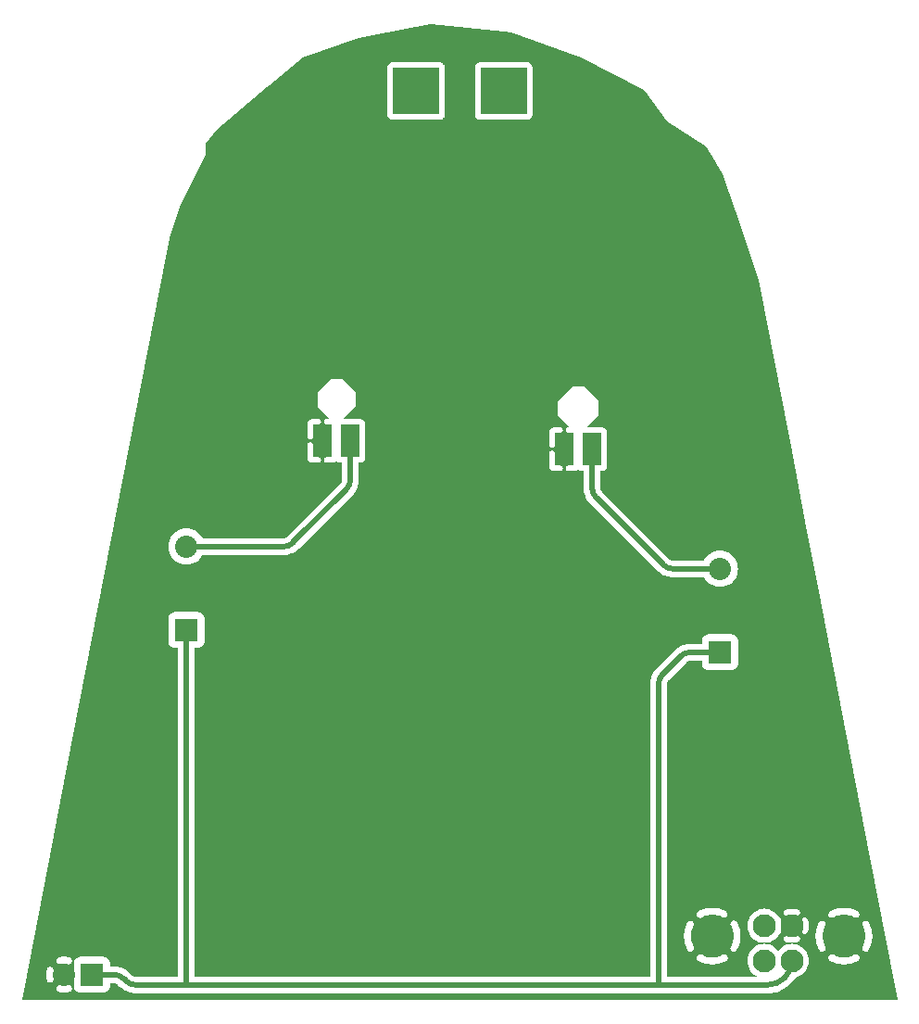
<source format=gbl>
G04 start of page 2 for group 10 layer_idx 1 *
G04 Title: (unknown), bottom_copper *
G04 Creator: pcb-rnd 3.1.4-dev *
G04 CreationDate: 2024-02-11 09:55:08 UTC *
G04 For: STEM4ukraine *
G04 Format: Gerber/RS-274X *
G04 PCB-Dimensions: 334646 393701 *
G04 PCB-Coordinate-Origin: lower left *
%MOIN*%
%FSLAX25Y25*%
%LNBOTTOM_COPPER_NONE_10*%
%ADD36C,0.0362*%
%ADD35C,0.0906*%
%ADD34C,0.0394*%
%ADD33C,0.1220*%
%ADD32C,0.0827*%
%ADD31C,0.1535*%
%ADD30C,0.0800*%
%ADD29C,0.0200*%
%ADD28C,0.0001*%
G54D28*G36*
X313986Y19732D02*Y37114D01*
X314135Y37198D01*
X314289Y37321D01*
X314422Y37466D01*
X314527Y37632D01*
X314951Y38466D01*
X315288Y39339D01*
X315542Y40239D01*
X315713Y41159D01*
X315799Y42091D01*
Y43027D01*
X315713Y43959D01*
X315542Y44879D01*
X315288Y45779D01*
X314951Y46652D01*
X314536Y47491D01*
X314428Y47657D01*
X314295Y47803D01*
X314140Y47927D01*
X313986Y48014D01*
Y75982D01*
X324803Y19732D01*
X313986D01*
G37*
G36*
X305626D02*Y32382D01*
X306090D01*
X307022Y32468D01*
X307942Y32639D01*
X308842Y32893D01*
X309715Y33230D01*
X310554Y33645D01*
X310720Y33753D01*
X310866Y33886D01*
X310990Y34041D01*
X311087Y34214D01*
X311157Y34399D01*
X311196Y34593D01*
X311205Y34791D01*
X311183Y34988D01*
X311130Y35178D01*
X311048Y35359D01*
X310939Y35524D01*
X310805Y35670D01*
X310650Y35793D01*
X310478Y35891D01*
X310293Y35961D01*
X310099Y36000D01*
X309901Y36009D01*
X309704Y35987D01*
X309513Y35934D01*
X309335Y35849D01*
X308707Y35529D01*
X308049Y35275D01*
X307370Y35084D01*
X306677Y34955D01*
X305975Y34890D01*
X305626D01*
Y50228D01*
X305975D01*
X306677Y50163D01*
X307370Y50035D01*
X308049Y49843D01*
X308707Y49589D01*
X309339Y49277D01*
X309516Y49192D01*
X309706Y49139D01*
X309901Y49117D01*
X310098Y49126D01*
X310290Y49165D01*
X310475Y49234D01*
X310646Y49331D01*
X310800Y49454D01*
X310932Y49599D01*
X311041Y49763D01*
X311122Y49942D01*
X311175Y50132D01*
X311197Y50328D01*
X311188Y50524D01*
X311149Y50717D01*
X311080Y50901D01*
X310983Y51072D01*
X310860Y51226D01*
X310715Y51359D01*
X310549Y51464D01*
X309715Y51888D01*
X308842Y52225D01*
X307942Y52479D01*
X307022Y52650D01*
X306090Y52736D01*
X305626D01*
Y119450D01*
X313986Y75982D01*
Y48014D01*
X313968Y48024D01*
X313782Y48094D01*
X313588Y48133D01*
X313390Y48142D01*
X313194Y48120D01*
X313003Y48067D01*
X312822Y47985D01*
X312657Y47876D01*
X312511Y47742D01*
X312388Y47587D01*
X312290Y47415D01*
X312221Y47230D01*
X312181Y47036D01*
X312172Y46838D01*
X312194Y46641D01*
X312247Y46450D01*
X312332Y46272D01*
X312652Y45644D01*
X312906Y44986D01*
X313098Y44307D01*
X313226Y43614D01*
X313291Y42912D01*
Y42206D01*
X313226Y41504D01*
X313098Y40811D01*
X312906Y40132D01*
X312652Y39474D01*
X312340Y38842D01*
X312255Y38665D01*
X312202Y38476D01*
X312180Y38280D01*
X312189Y38083D01*
X312228Y37891D01*
X312297Y37706D01*
X312394Y37535D01*
X312517Y37381D01*
X312662Y37249D01*
X312826Y37140D01*
X313005Y37059D01*
X313195Y37006D01*
X313391Y36984D01*
X313587Y36993D01*
X313780Y37032D01*
X313964Y37101D01*
X313986Y37114D01*
Y19732D01*
X305626D01*
G37*
G36*
X297258D02*Y37104D01*
X297277Y37094D01*
X297462Y37024D01*
X297656Y36985D01*
X297854Y36976D01*
X298051Y36998D01*
X298241Y37051D01*
X298422Y37133D01*
X298587Y37242D01*
X298733Y37376D01*
X298856Y37531D01*
X298954Y37703D01*
X299024Y37888D01*
X299063Y38082D01*
X299072Y38280D01*
X299050Y38477D01*
X298997Y38668D01*
X298912Y38846D01*
X298592Y39474D01*
X298338Y40132D01*
X298147Y40811D01*
X298018Y41504D01*
X297953Y42206D01*
Y42912D01*
X298018Y43614D01*
X298147Y44307D01*
X298338Y44986D01*
X298592Y45644D01*
X298904Y46276D01*
X298989Y46453D01*
X299042Y46643D01*
X299064Y46838D01*
X299055Y47035D01*
X299016Y47227D01*
X298947Y47412D01*
X298850Y47583D01*
X298727Y47737D01*
X298582Y47870D01*
X298418Y47978D01*
X298239Y48059D01*
X298049Y48112D01*
X297854Y48134D01*
X297657Y48125D01*
X297464Y48086D01*
X297280Y48017D01*
X297258Y48005D01*
Y162960D01*
X305626Y119450D01*
Y52736D01*
X305154D01*
X304222Y52650D01*
X303302Y52479D01*
X302402Y52225D01*
X301529Y51888D01*
X300690Y51474D01*
X300524Y51365D01*
X300378Y51232D01*
X300255Y51077D01*
X300157Y50905D01*
X300087Y50719D01*
X300048Y50525D01*
X300039Y50327D01*
X300061Y50131D01*
X300114Y49940D01*
X300196Y49759D01*
X300305Y49594D01*
X300439Y49448D01*
X300594Y49325D01*
X300766Y49227D01*
X300951Y49158D01*
X301145Y49118D01*
X301343Y49109D01*
X301540Y49131D01*
X301731Y49184D01*
X301909Y49270D01*
X302537Y49589D01*
X303195Y49843D01*
X303874Y50035D01*
X304567Y50163D01*
X305269Y50228D01*
X305626D01*
Y34890D01*
X305269D01*
X304567Y34955D01*
X303874Y35084D01*
X303195Y35275D01*
X302537Y35529D01*
X301905Y35842D01*
X301728Y35926D01*
X301539Y35979D01*
X301343Y36001D01*
X301146Y35992D01*
X300954Y35953D01*
X300769Y35884D01*
X300598Y35787D01*
X300444Y35664D01*
X300312Y35519D01*
X300203Y35355D01*
X300122Y35176D01*
X300069Y34986D01*
X300047Y34791D01*
X300056Y34594D01*
X300095Y34401D01*
X300164Y34217D01*
X300261Y34046D01*
X300384Y33892D01*
X300529Y33759D01*
X300695Y33654D01*
X301529Y33230D01*
X302402Y32893D01*
X303302Y32639D01*
X304222Y32468D01*
X305154Y32382D01*
X305626D01*
Y19732D01*
X297258D01*
G37*
G36*
X291776D02*Y30032D01*
X291820Y30084D01*
X292325Y30907D01*
X292694Y31799D01*
X292920Y32738D01*
X292976Y33701D01*
X292920Y34663D01*
X292694Y35602D01*
X292325Y36494D01*
X291820Y37317D01*
X291776Y37369D01*
Y43338D01*
X291811Y43344D01*
X291960Y43392D01*
X292101Y43463D01*
X292228Y43555D01*
X292340Y43666D01*
X292433Y43793D01*
X292502Y43934D01*
X292694Y44439D01*
X292834Y44960D01*
X292929Y45491D01*
X292976Y46029D01*
Y46569D01*
X292929Y47107D01*
X292834Y47639D01*
X292694Y48160D01*
X292508Y48667D01*
X292436Y48808D01*
X292343Y48935D01*
X292231Y49047D01*
X292103Y49139D01*
X291962Y49210D01*
X291811Y49259D01*
X291776Y49264D01*
Y191469D01*
X297258Y162960D01*
Y48005D01*
X297109Y47920D01*
X296955Y47797D01*
X296822Y47652D01*
X296717Y47486D01*
X296293Y46652D01*
X295956Y45779D01*
X295702Y44879D01*
X295531Y43959D01*
X295445Y43027D01*
Y42091D01*
X295531Y41159D01*
X295702Y40239D01*
X295956Y39339D01*
X296293Y38466D01*
X296708Y37627D01*
X296816Y37461D01*
X296949Y37315D01*
X297104Y37192D01*
X297258Y37104D01*
Y19732D01*
X291776D01*
G37*
G36*
X291193Y38051D02*X290459Y38678D01*
X289636Y39183D01*
X288744Y39552D01*
X287805Y39778D01*
X286845Y39853D01*
Y40165D01*
X287112D01*
X287650Y40213D01*
X288182Y40307D01*
X288703Y40448D01*
X289210Y40634D01*
X289351Y40705D01*
X289478Y40799D01*
X289590Y40911D01*
X289682Y41039D01*
X289754Y41180D01*
X289802Y41330D01*
X289826Y41486D01*
X289826Y41644D01*
X289801Y41800D01*
X289751Y41951D01*
X289679Y42091D01*
X289586Y42219D01*
X289474Y42330D01*
X289346Y42423D01*
X289204Y42494D01*
X289054Y42542D01*
X288898Y42567D01*
X288740Y42566D01*
X288584Y42541D01*
X288435Y42489D01*
X288095Y42360D01*
X287744Y42265D01*
X287386Y42201D01*
X287024Y42169D01*
X286845D01*
Y50429D01*
X287024D01*
X287386Y50397D01*
X287744Y50334D01*
X288095Y50239D01*
X288436Y50113D01*
X288585Y50061D01*
X288740Y50036D01*
X288898Y50036D01*
X289053Y50060D01*
X289203Y50108D01*
X289343Y50179D01*
X289471Y50271D01*
X289583Y50382D01*
X289676Y50509D01*
X289748Y50649D01*
X289797Y50799D01*
X289822Y50954D01*
X289822Y51112D01*
X289798Y51267D01*
X289750Y51417D01*
X289679Y51558D01*
X289587Y51685D01*
X289476Y51797D01*
X289349Y51890D01*
X289208Y51959D01*
X288703Y52150D01*
X288182Y52291D01*
X287650Y52386D01*
X287112Y52433D01*
X286845D01*
Y217111D01*
X291776Y191469D01*
Y49264D01*
X291655Y49283D01*
X291497Y49282D01*
X291341Y49257D01*
X291191Y49208D01*
X291051Y49136D01*
X290923Y49042D01*
X290812Y48930D01*
X290719Y48802D01*
X290648Y48661D01*
X290599Y48511D01*
X290575Y48355D01*
X290576Y48197D01*
X290601Y48041D01*
X290653Y47892D01*
X290782Y47552D01*
X290877Y47201D01*
X290940Y46843D01*
X290972Y46481D01*
Y46117D01*
X290940Y45755D01*
X290877Y45397D01*
X290782Y45047D01*
X290657Y44705D01*
X290605Y44557D01*
X290580Y44402D01*
X290579Y44244D01*
X290603Y44089D01*
X290652Y43939D01*
X290723Y43798D01*
X290815Y43671D01*
X290926Y43559D01*
X291053Y43466D01*
X291193Y43394D01*
X291342Y43345D01*
X291498Y43320D01*
X291655Y43320D01*
X291776Y43338D01*
Y37369D01*
X291193Y38051D01*
G37*
G36*
X286845Y19732D02*Y25897D01*
X287125Y26203D01*
X287744Y27010D01*
X288195Y27717D01*
X288744Y27849D01*
X289636Y28219D01*
X290459Y28723D01*
X291193Y29350D01*
X291776Y30032D01*
Y19732D01*
X286845D01*
G37*
G36*
X286843Y39854D02*X285880Y39778D01*
X284941Y39552D01*
X284049Y39183D01*
X283226Y38678D01*
X282492Y38051D01*
X281921Y37383D01*
X281351Y38051D01*
X280617Y38678D01*
X279793Y39183D01*
X278901Y39552D01*
X277963Y39778D01*
X277000Y39854D01*
X276991Y39853D01*
Y40147D01*
X277000Y40146D01*
X277963Y40222D01*
X278901Y40448D01*
X279793Y40817D01*
X280617Y41322D01*
X281351Y41949D01*
X281978Y42683D01*
X282391Y43357D01*
X282494Y43391D01*
X282635Y43463D01*
X282762Y43556D01*
X282873Y43668D01*
X282966Y43796D01*
X283037Y43937D01*
X283086Y44088D01*
X283110Y44244D01*
X283109Y44402D01*
X283084Y44558D01*
X283032Y44707D01*
X282967Y44878D01*
X283077Y45337D01*
X283134Y46299D01*
X283077Y47262D01*
X282966Y47724D01*
X283028Y47893D01*
X283080Y48041D01*
X283105Y48197D01*
X283106Y48354D01*
X283082Y48510D01*
X283034Y48660D01*
X282963Y48800D01*
X282870Y48928D01*
X282759Y49039D01*
X282632Y49132D01*
X282492Y49204D01*
X282394Y49237D01*
X281978Y49916D01*
X281351Y50650D01*
X280617Y51277D01*
X279793Y51781D01*
X278901Y52151D01*
X277963Y52376D01*
X277000Y52452D01*
X276991Y52451D01*
Y268350D01*
X286845Y217111D01*
Y52433D01*
X286573D01*
X286035Y52386D01*
X285503Y52291D01*
X284982Y52150D01*
X284475Y51964D01*
X284334Y51893D01*
X284207Y51800D01*
X284095Y51688D01*
X284003Y51560D01*
X283931Y51419D01*
X283883Y51268D01*
X283859Y51112D01*
X283859Y50954D01*
X283885Y50798D01*
X283934Y50648D01*
X284006Y50507D01*
X284099Y50380D01*
X284211Y50268D01*
X284340Y50176D01*
X284481Y50104D01*
X284631Y50056D01*
X284787Y50032D01*
X284945Y50032D01*
X285101Y50058D01*
X285250Y50110D01*
X285590Y50239D01*
X285941Y50334D01*
X286299Y50397D01*
X286661Y50429D01*
X286845D01*
Y42169D01*
X286661D01*
X286299Y42201D01*
X285941Y42265D01*
X285590Y42360D01*
X285249Y42485D01*
X285100Y42537D01*
X284945Y42562D01*
X284787Y42563D01*
X284632Y42538D01*
X284482Y42490D01*
X284342Y42419D01*
X284214Y42327D01*
X284102Y42216D01*
X284009Y42089D01*
X283938Y41949D01*
X283888Y41800D01*
X283863Y41644D01*
X283863Y41487D01*
X283887Y41331D01*
X283935Y41181D01*
X284006Y41041D01*
X284098Y40913D01*
X284209Y40802D01*
X284336Y40709D01*
X284477Y40640D01*
X284982Y40448D01*
X285503Y40307D01*
X286035Y40213D01*
X286573Y40165D01*
X286845D01*
Y39853D01*
X286843Y39854D01*
G37*
G36*
X276037Y39778D02*X275099Y39552D01*
X274207Y39183D01*
X273383Y38678D01*
X272649Y38051D01*
X272022Y37317D01*
X271518Y36494D01*
X271148Y35602D01*
X270923Y34663D01*
X270847Y33701D01*
X270923Y32738D01*
X271148Y31799D01*
X271518Y30907D01*
X272022Y30084D01*
X272649Y29350D01*
X273383Y28723D01*
X274207Y28219D01*
X274620Y28047D01*
X266584D01*
Y37114D01*
X266734Y37198D01*
X266888Y37321D01*
X267020Y37466D01*
X267126Y37632D01*
X267550Y38466D01*
X267886Y39339D01*
X268141Y40239D01*
X268312Y41159D01*
X268398Y42091D01*
Y43027D01*
X268312Y43959D01*
X268141Y44879D01*
X267886Y45779D01*
X267550Y46652D01*
X267135Y47491D01*
X267027Y47657D01*
X266893Y47803D01*
X266738Y47927D01*
X266584Y48014D01*
Y138766D01*
X266773Y138928D01*
X267029Y139227D01*
X267234Y139562D01*
X267385Y139926D01*
X267477Y140308D01*
X267508Y140701D01*
X267500Y140799D01*
Y148603D01*
X267508Y148701D01*
X267477Y149093D01*
X267477Y149093D01*
X267385Y149476D01*
X267234Y149839D01*
X267029Y150175D01*
X266773Y150474D01*
X266584Y150636D01*
Y171373D01*
X266809Y171741D01*
X267201Y172686D01*
X267440Y173681D01*
X267500Y174701D01*
X267440Y175721D01*
X267201Y176716D01*
X266809Y177661D01*
X266584Y178029D01*
Y303301D01*
X275000Y278701D01*
X276991Y268350D01*
Y52451D01*
X276037Y52376D01*
X275099Y52151D01*
X274207Y51781D01*
X273383Y51277D01*
X272649Y50650D01*
X272022Y49916D01*
X271518Y49093D01*
X271148Y48201D01*
X270923Y47262D01*
X270847Y46299D01*
X270923Y45337D01*
X271148Y44398D01*
X271518Y43506D01*
X272022Y42683D01*
X272649Y41949D01*
X273383Y41322D01*
X274207Y40817D01*
X275099Y40448D01*
X276037Y40222D01*
X276991Y40147D01*
Y39853D01*
X276037Y39778D01*
G37*
G36*
X266584Y19732D02*Y22047D01*
X278189D01*
X278189Y22047D01*
X279206Y22081D01*
X280215Y22213D01*
X281208Y22434D01*
X282179Y22740D01*
X283119Y23129D01*
X284021Y23599D01*
X284880Y24146D01*
X285687Y24765D01*
X286437Y25453D01*
X286845Y25897D01*
Y19732D01*
X266584D01*
G37*
G36*
X266275Y178533D02*X265610Y179311D01*
X264832Y179976D01*
X263960Y180510D01*
X263015Y180902D01*
X262020Y181141D01*
X261000Y181221D01*
X259980Y181141D01*
X258985Y180902D01*
X258225Y180587D01*
Y322993D01*
X262000Y316701D01*
X266584Y303301D01*
Y178029D01*
X266275Y178533D01*
G37*
G36*
X266474Y150730D02*X266138Y150935D01*
X265775Y151086D01*
X265392Y151178D01*
X265000Y151208D01*
X264902Y151201D01*
X258225D01*
Y168815D01*
X258985Y168500D01*
X259980Y168261D01*
X261000Y168181D01*
X262020Y168261D01*
X263015Y168500D01*
X263960Y168891D01*
X264832Y169426D01*
X265610Y170090D01*
X266275Y170868D01*
X266584Y171373D01*
Y150636D01*
X266474Y150730D01*
G37*
G36*
X258225Y28047D02*Y32382D01*
X258688D01*
X259620Y32468D01*
X260540Y32639D01*
X261441Y32893D01*
X262314Y33230D01*
X263153Y33645D01*
X263318Y33753D01*
X263465Y33886D01*
X263588Y34041D01*
X263686Y34214D01*
X263755Y34399D01*
X263795Y34593D01*
X263804Y34791D01*
X263781Y34988D01*
X263728Y35178D01*
X263647Y35359D01*
X263537Y35524D01*
X263404Y35670D01*
X263249Y35793D01*
X263077Y35891D01*
X262891Y35961D01*
X262697Y36000D01*
X262499Y36009D01*
X262302Y35987D01*
X262112Y35934D01*
X261933Y35849D01*
X261305Y35529D01*
X260647Y35275D01*
X259968Y35084D01*
X259275Y34955D01*
X258573Y34890D01*
X258225D01*
Y50228D01*
X258573D01*
X259275Y50163D01*
X259968Y50035D01*
X260647Y49843D01*
X261305Y49589D01*
X261937Y49277D01*
X262114Y49192D01*
X262304Y49139D01*
X262500Y49117D01*
X262696Y49126D01*
X262889Y49165D01*
X263073Y49234D01*
X263244Y49331D01*
X263398Y49454D01*
X263531Y49599D01*
X263639Y49763D01*
X263721Y49942D01*
X263773Y50132D01*
X263795Y50328D01*
X263787Y50524D01*
X263747Y50717D01*
X263678Y50901D01*
X263581Y51072D01*
X263459Y51226D01*
X263313Y51359D01*
X263147Y51464D01*
X262314Y51888D01*
X261441Y52225D01*
X260540Y52479D01*
X259620Y52650D01*
X258688Y52736D01*
X258225D01*
Y138201D01*
X264902D01*
X265000Y138193D01*
X265392Y138224D01*
X265392Y138224D01*
X265775Y138316D01*
X266138Y138466D01*
X266474Y138672D01*
X266584Y138766D01*
Y48014D01*
X266566Y48024D01*
X266381Y48094D01*
X266187Y48133D01*
X265989Y48142D01*
X265792Y48120D01*
X265601Y48067D01*
X265421Y47985D01*
X265256Y47876D01*
X265110Y47742D01*
X264986Y47587D01*
X264888Y47415D01*
X264819Y47230D01*
X264779Y47036D01*
X264771Y46838D01*
X264793Y46641D01*
X264846Y46450D01*
X264931Y46272D01*
X265251Y45644D01*
X265504Y44986D01*
X265696Y44307D01*
X265825Y43614D01*
X265890Y42912D01*
Y42206D01*
X265825Y41504D01*
X265696Y40811D01*
X265504Y40132D01*
X265251Y39474D01*
X264938Y38842D01*
X264853Y38665D01*
X264801Y38476D01*
X264779Y38280D01*
X264787Y38083D01*
X264827Y37891D01*
X264896Y37706D01*
X264993Y37535D01*
X265115Y37381D01*
X265261Y37249D01*
X265425Y37140D01*
X265604Y37059D01*
X265794Y37006D01*
X265989Y36984D01*
X266186Y36993D01*
X266378Y37032D01*
X266563Y37101D01*
X266584Y37114D01*
Y28047D01*
X258225D01*
G37*
G36*
Y19732D02*Y22047D01*
X266584D01*
Y19732D01*
X258225D01*
G37*
G36*
X258040Y180510D02*X257168Y179976D01*
X256390Y179311D01*
X255725Y178533D01*
X255215Y177701D01*
X244103D01*
X244071Y177703D01*
X243897Y177708D01*
X243724Y177731D01*
X243553Y177769D01*
X243387Y177821D01*
X243226Y177888D01*
X243071Y177969D01*
X242924Y178062D01*
X242785Y178169D01*
X242657Y178287D01*
X242657Y178287D01*
X233515Y187429D01*
Y346954D01*
X234000Y346701D01*
X242000Y335701D01*
X256000Y326701D01*
X258225Y322993D01*
Y180587D01*
X258040Y180510D01*
G37*
G36*
X257098Y151201D02*X257000Y151208D01*
X256608Y151178D01*
X256608Y151178D01*
X256225Y151086D01*
X255862Y150935D01*
X255526Y150730D01*
X255227Y150474D01*
X254971Y150175D01*
X254766Y149839D01*
X254615Y149476D01*
X254523Y149093D01*
X254492Y148701D01*
X254500Y148603D01*
Y147701D01*
X250588D01*
X250499Y147696D01*
X250410Y147701D01*
X249712Y147678D01*
X249019Y147587D01*
X248337Y147436D01*
X247671Y147225D01*
X247025Y146958D01*
X246406Y146636D01*
X245817Y146260D01*
X245262Y145835D01*
X244747Y145363D01*
X244677Y145282D01*
X238288Y138893D01*
X238288Y138893D01*
X237811Y138383D01*
X237385Y137829D01*
X237010Y137240D01*
X236688Y136620D01*
X236420Y135975D01*
X236210Y135309D01*
X236059Y134627D01*
X235968Y133934D01*
X235937Y133236D01*
X235945Y133129D01*
Y28047D01*
X233515D01*
Y178944D01*
X238414Y174044D01*
X238414Y174044D01*
X238924Y173567D01*
X239478Y173141D01*
X240067Y172766D01*
X240687Y172443D01*
X241332Y172176D01*
X241999Y171966D01*
X242681Y171815D01*
X243373Y171724D01*
X244071Y171693D01*
X244178Y171701D01*
X255215D01*
X255725Y170868D01*
X256390Y170090D01*
X257168Y169426D01*
X258040Y168891D01*
X258225Y168815D01*
Y151201D01*
X257098D01*
G37*
G36*
X249857Y28047D02*Y37104D01*
X249875Y37094D01*
X250060Y37024D01*
X250254Y36985D01*
X250452Y36976D01*
X250649Y36998D01*
X250840Y37051D01*
X251020Y37133D01*
X251185Y37242D01*
X251331Y37376D01*
X251455Y37531D01*
X251552Y37703D01*
X251622Y37888D01*
X251662Y38082D01*
X251670Y38280D01*
X251648Y38477D01*
X251595Y38668D01*
X251510Y38846D01*
X251190Y39474D01*
X250937Y40132D01*
X250745Y40811D01*
X250616Y41504D01*
X250551Y42206D01*
Y42912D01*
X250616Y43614D01*
X250745Y44307D01*
X250937Y44986D01*
X251190Y45644D01*
X251503Y46276D01*
X251588Y46453D01*
X251640Y46643D01*
X251662Y46838D01*
X251654Y47035D01*
X251614Y47227D01*
X251545Y47412D01*
X251448Y47583D01*
X251326Y47737D01*
X251180Y47870D01*
X251016Y47978D01*
X250837Y48059D01*
X250647Y48112D01*
X250452Y48134D01*
X250255Y48125D01*
X250063Y48086D01*
X249878Y48017D01*
X249857Y48005D01*
Y141622D01*
X249892Y141633D01*
X250062Y141670D01*
X250235Y141693D01*
X250410Y141701D01*
X250499Y141706D01*
X250588Y141701D01*
X254500D01*
Y140799D01*
X254492Y140701D01*
X254523Y140309D01*
X254523Y140308D01*
X254615Y139926D01*
X254766Y139562D01*
X254971Y139227D01*
X255227Y138928D01*
X255526Y138672D01*
X255862Y138466D01*
X256225Y138316D01*
X256608Y138224D01*
X257000Y138193D01*
X257098Y138201D01*
X258225D01*
Y52736D01*
X257753D01*
X256821Y52650D01*
X255901Y52479D01*
X255000Y52225D01*
X254127Y51888D01*
X253288Y51474D01*
X253123Y51365D01*
X252976Y51232D01*
X252853Y51077D01*
X252755Y50905D01*
X252686Y50719D01*
X252646Y50525D01*
X252637Y50327D01*
X252660Y50131D01*
X252712Y49940D01*
X252794Y49759D01*
X252904Y49594D01*
X253037Y49448D01*
X253192Y49325D01*
X253364Y49227D01*
X253550Y49158D01*
X253744Y49118D01*
X253942Y49109D01*
X254138Y49131D01*
X254329Y49184D01*
X254508Y49270D01*
X255136Y49589D01*
X255794Y49843D01*
X256472Y50035D01*
X257166Y50163D01*
X257868Y50228D01*
X258225D01*
Y34890D01*
X257868D01*
X257166Y34955D01*
X256472Y35084D01*
X255794Y35275D01*
X255136Y35529D01*
X254504Y35842D01*
X254327Y35926D01*
X254137Y35979D01*
X253941Y36001D01*
X253745Y35992D01*
X253552Y35953D01*
X253368Y35884D01*
X253197Y35787D01*
X253043Y35664D01*
X252910Y35519D01*
X252802Y35355D01*
X252720Y35176D01*
X252668Y34986D01*
X252646Y34791D01*
X252654Y34594D01*
X252694Y34401D01*
X252763Y34217D01*
X252860Y34046D01*
X252982Y33892D01*
X253128Y33759D01*
X253294Y33654D01*
X254127Y33230D01*
X255000Y32893D01*
X255901Y32639D01*
X256821Y32468D01*
X257753Y32382D01*
X258225D01*
Y28047D01*
X249857D01*
G37*
G36*
X241945D02*Y133204D01*
X241947Y133236D01*
X241952Y133410D01*
X241975Y133583D01*
X242013Y133754D01*
X242065Y133920D01*
X242132Y134081D01*
X242213Y134236D01*
X242307Y134383D01*
X242413Y134522D01*
X242531Y134650D01*
X242531Y134650D01*
X248973Y141092D01*
X248997Y141114D01*
X249124Y141233D01*
X249262Y141339D01*
X249410Y141433D01*
X249564Y141513D01*
X249726Y141580D01*
X249857Y141622D01*
Y48005D01*
X249707Y47920D01*
X249553Y47797D01*
X249421Y47652D01*
X249315Y47486D01*
X248891Y46652D01*
X248555Y45779D01*
X248300Y44879D01*
X248129Y43959D01*
X248043Y43027D01*
Y42091D01*
X248129Y41159D01*
X248300Y40239D01*
X248555Y39339D01*
X248891Y38466D01*
X249306Y37627D01*
X249414Y37461D01*
X249548Y37315D01*
X249703Y37192D01*
X249857Y37104D01*
Y28047D01*
X241945D01*
G37*
G36*
X233515Y19732D02*Y22047D01*
X258225D01*
Y19732D01*
X233515D01*
G37*
G36*
X183171Y28047D02*Y336205D01*
X191444D01*
X191523Y336199D01*
X191836Y336224D01*
X191836Y336224D01*
X192142Y336297D01*
X192433Y336418D01*
X192702Y336582D01*
X192941Y336786D01*
X193146Y337026D01*
X193310Y337294D01*
X193431Y337585D01*
X193504Y337891D01*
X193529Y338205D01*
X193523Y338283D01*
Y354830D01*
X193529Y354908D01*
X193504Y355222D01*
X193504Y355222D01*
X193431Y355528D01*
X193310Y355819D01*
X193146Y356088D01*
X192941Y356327D01*
X192702Y356531D01*
X192433Y356696D01*
X192142Y356816D01*
X191836Y356890D01*
X191523Y356915D01*
X191444Y356908D01*
X183171D01*
Y367993D01*
X186000Y367701D01*
X211000Y358701D01*
X233515Y346954D01*
Y187429D01*
X218609Y202335D01*
X218587Y202359D01*
X218468Y202486D01*
X218362Y202625D01*
X218268Y202772D01*
X218187Y202927D01*
X218121Y203088D01*
X218068Y203254D01*
X218030Y203425D01*
X218008Y203598D01*
X218000Y203772D01*
X218000Y203772D01*
Y209795D01*
X218347D01*
X218425Y209789D01*
X218739Y209814D01*
X218739Y209814D01*
X219045Y209887D01*
X219336Y210008D01*
X219604Y210172D01*
X219844Y210377D01*
X220048Y210616D01*
X220213Y210884D01*
X220333Y211175D01*
X220407Y211481D01*
X220431Y211795D01*
X220425Y211874D01*
Y223528D01*
X220431Y223606D01*
X220407Y223920D01*
X220333Y224226D01*
X220213Y224517D01*
X220048Y224785D01*
X219844Y225025D01*
X219604Y225229D01*
X219336Y225394D01*
X219045Y225514D01*
X218739Y225588D01*
X218425Y225612D01*
X218347Y225606D01*
X213008D01*
X217323Y229921D01*
Y235039D01*
X212205Y240157D01*
X207874D01*
X202756Y235039D01*
Y229921D01*
X207071Y225606D01*
X206480D01*
X206323Y225597D01*
X206170Y225560D01*
X206025Y225500D01*
X205891Y225418D01*
X205771Y225316D01*
X205669Y225196D01*
X205587Y225062D01*
X205526Y224916D01*
X205490Y224763D01*
X205477Y224606D01*
X205490Y224449D01*
X205526Y224296D01*
X205587Y224151D01*
X205669Y224017D01*
X205771Y223897D01*
X205891Y223795D01*
X206025Y223713D01*
X206170Y223652D01*
X206323Y223616D01*
X206419Y223610D01*
X206419Y223606D01*
X203535D01*
X203535Y223610D01*
X203637Y223616D01*
X203790Y223652D01*
X203936Y223713D01*
X204070Y223795D01*
X204190Y223897D01*
X204292Y224017D01*
X204374Y224151D01*
X204434Y224296D01*
X204471Y224449D01*
X204483Y224606D01*
X204471Y224763D01*
X204434Y224916D01*
X204374Y225062D01*
X204292Y225196D01*
X204190Y225316D01*
X204070Y225418D01*
X203936Y225500D01*
X203790Y225560D01*
X203637Y225597D01*
X203480Y225606D01*
X201614D01*
X201535Y225612D01*
X201222Y225588D01*
X200915Y225514D01*
X200625Y225394D01*
X200356Y225229D01*
X200117Y225025D01*
X199912Y224785D01*
X199748Y224517D01*
X199627Y224226D01*
X199554Y223920D01*
X199529Y223606D01*
X199535Y223528D01*
Y219201D01*
X199545Y219044D01*
X199581Y218891D01*
X199642Y218745D01*
X199724Y218611D01*
X199826Y218491D01*
X199946Y218389D01*
X200080Y218307D01*
X200225Y218247D01*
X200379Y218210D01*
X200535Y218198D01*
X200692Y218210D01*
X200845Y218247D01*
X200991Y218307D01*
X201125Y218389D01*
X201245Y218491D01*
X201347Y218611D01*
X201429Y218745D01*
X201489Y218891D01*
X201526Y219044D01*
X201535Y219201D01*
Y216201D01*
X201526Y216358D01*
X201489Y216511D01*
X201429Y216656D01*
X201347Y216790D01*
X201245Y216910D01*
X201125Y217012D01*
X200991Y217095D01*
X200845Y217155D01*
X200692Y217192D01*
X200535Y217204D01*
X200379Y217192D01*
X200225Y217155D01*
X200080Y217095D01*
X199946Y217012D01*
X199826Y216910D01*
X199724Y216790D01*
X199642Y216656D01*
X199581Y216511D01*
X199545Y216358D01*
X199535Y216201D01*
Y211874D01*
X199529Y211795D01*
X199554Y211481D01*
X199627Y211175D01*
X199748Y210884D01*
X199912Y210616D01*
X200117Y210377D01*
X200356Y210172D01*
X200625Y210008D01*
X200915Y209887D01*
X201222Y209814D01*
X201535Y209789D01*
X201614Y209795D01*
X203480D01*
X203637Y209805D01*
X203790Y209841D01*
X203936Y209902D01*
X204070Y209984D01*
X204190Y210086D01*
X204292Y210206D01*
X204374Y210340D01*
X204434Y210485D01*
X204471Y210638D01*
X204483Y210795D01*
X204471Y210952D01*
X204434Y211105D01*
X204374Y211251D01*
X204292Y211385D01*
X204190Y211505D01*
X204070Y211607D01*
X203936Y211689D01*
X203790Y211749D01*
X203637Y211786D01*
X203535Y211792D01*
X203535Y211795D01*
X206419D01*
X206419Y211792D01*
X206323Y211786D01*
X206170Y211749D01*
X206025Y211689D01*
X205891Y211607D01*
X205771Y211505D01*
X205669Y211385D01*
X205587Y211251D01*
X205526Y211105D01*
X205490Y210952D01*
X205477Y210795D01*
X205490Y210638D01*
X205526Y210485D01*
X205587Y210340D01*
X205669Y210206D01*
X205771Y210086D01*
X205891Y209984D01*
X206025Y209902D01*
X206170Y209841D01*
X206323Y209805D01*
X206480Y209795D01*
X208347D01*
X208425Y209789D01*
X208739Y209814D01*
X209045Y209887D01*
X209336Y210008D01*
X209604Y210172D01*
X209844Y210377D01*
X209980Y210537D01*
X210117Y210377D01*
X210356Y210172D01*
X210625Y210008D01*
X210915Y209887D01*
X211222Y209814D01*
X211535Y209789D01*
X211614Y209795D01*
X212000D01*
Y203772D01*
X212000Y203772D01*
X212023Y203074D01*
X212114Y202381D01*
X212265Y201699D01*
X212475Y201033D01*
X212743Y200388D01*
X213065Y199768D01*
X213441Y199179D01*
X213866Y198625D01*
X214338Y198110D01*
X214419Y198039D01*
X233515Y178944D01*
Y28047D01*
X183171D01*
G37*
G36*
X151675D02*Y336205D01*
X159948D01*
X160026Y336199D01*
X160340Y336224D01*
X160340Y336224D01*
X160646Y336297D01*
X160937Y336418D01*
X161206Y336582D01*
X161445Y336786D01*
X161649Y337026D01*
X161814Y337294D01*
X161934Y337585D01*
X162008Y337891D01*
X162033Y338205D01*
X162026Y338283D01*
Y354830D01*
X162033Y354908D01*
X162008Y355222D01*
X162008Y355222D01*
X161934Y355528D01*
X161814Y355819D01*
X161649Y356088D01*
X161445Y356327D01*
X161206Y356531D01*
X160937Y356696D01*
X160646Y356816D01*
X160340Y356890D01*
X160026Y356915D01*
X159948Y356908D01*
X151675D01*
Y369677D01*
X157000Y370701D01*
X183171Y367993D01*
Y356908D01*
X174898D01*
X174819Y356915D01*
X174506Y356890D01*
X174505Y356890D01*
X174199Y356816D01*
X173908Y356696D01*
X173640Y356531D01*
X173401Y356327D01*
X173196Y356088D01*
X173032Y355819D01*
X172911Y355528D01*
X172838Y355222D01*
X172813Y354908D01*
X172819Y354830D01*
Y338283D01*
X172813Y338205D01*
X172838Y337891D01*
X172838Y337891D01*
X172911Y337585D01*
X173032Y337294D01*
X173196Y337026D01*
X173401Y336786D01*
X173640Y336582D01*
X173908Y336418D01*
X174199Y336297D01*
X174505Y336224D01*
X174819Y336199D01*
X174898Y336205D01*
X183171D01*
Y28047D01*
X151675D01*
G37*
G36*
X97956D02*Y179665D01*
X103893D01*
X103894Y179665D01*
X104591Y179688D01*
X105284Y179779D01*
X105966Y179930D01*
X106632Y180141D01*
X107278Y180408D01*
X107897Y180730D01*
X108486Y181106D01*
X109041Y181531D01*
X109556Y182003D01*
X109626Y182084D01*
X128657Y201115D01*
X128657Y201115D01*
X129134Y201625D01*
X129559Y202179D01*
X129935Y202768D01*
X130257Y203388D01*
X130525Y204033D01*
X130735Y204699D01*
X130886Y205381D01*
X130977Y206074D01*
X131008Y206772D01*
X131000Y206879D01*
Y212795D01*
X131347D01*
X131425Y212789D01*
X131739Y212814D01*
X131739Y212814D01*
X132045Y212887D01*
X132336Y213008D01*
X132604Y213172D01*
X132844Y213377D01*
X133048Y213616D01*
X133213Y213884D01*
X133333Y214175D01*
X133407Y214481D01*
X133431Y214795D01*
X133425Y214874D01*
Y226528D01*
X133431Y226606D01*
X133407Y226920D01*
X133333Y227226D01*
X133213Y227517D01*
X133048Y227785D01*
X132844Y228025D01*
X132604Y228229D01*
X132336Y228394D01*
X132045Y228514D01*
X131739Y228588D01*
X131425Y228612D01*
X131347Y228606D01*
X125457D01*
X129921Y233071D01*
Y238189D01*
X125197Y242913D01*
X120866D01*
X116142Y238189D01*
Y233071D01*
X120606Y228606D01*
X119480D01*
X119323Y228597D01*
X119170Y228560D01*
X119025Y228500D01*
X118891Y228418D01*
X118771Y228316D01*
X118669Y228196D01*
X118587Y228062D01*
X118526Y227916D01*
X118490Y227763D01*
X118477Y227606D01*
X118490Y227449D01*
X118526Y227296D01*
X118587Y227151D01*
X118669Y227017D01*
X118771Y226897D01*
X118891Y226795D01*
X119025Y226713D01*
X119170Y226652D01*
X119323Y226616D01*
X119419Y226610D01*
X119419Y226606D01*
X116535D01*
X116535Y226610D01*
X116637Y226616D01*
X116790Y226652D01*
X116936Y226713D01*
X117070Y226795D01*
X117190Y226897D01*
X117292Y227017D01*
X117374Y227151D01*
X117434Y227296D01*
X117471Y227449D01*
X117483Y227606D01*
X117471Y227763D01*
X117434Y227916D01*
X117374Y228062D01*
X117292Y228196D01*
X117190Y228316D01*
X117070Y228418D01*
X116936Y228500D01*
X116790Y228560D01*
X116637Y228597D01*
X116480Y228606D01*
X114614D01*
X114535Y228612D01*
X114222Y228588D01*
X113915Y228514D01*
X113625Y228394D01*
X113356Y228229D01*
X113117Y228025D01*
X112912Y227785D01*
X112748Y227517D01*
X112627Y227226D01*
X112554Y226920D01*
X112529Y226606D01*
X112535Y226528D01*
Y222201D01*
X112545Y222044D01*
X112581Y221891D01*
X112642Y221745D01*
X112724Y221611D01*
X112826Y221491D01*
X112946Y221389D01*
X113080Y221307D01*
X113225Y221247D01*
X113379Y221210D01*
X113535Y221198D01*
X113692Y221210D01*
X113845Y221247D01*
X113991Y221307D01*
X114125Y221389D01*
X114245Y221491D01*
X114347Y221611D01*
X114429Y221745D01*
X114489Y221891D01*
X114526Y222044D01*
X114535Y222201D01*
Y219201D01*
X114526Y219358D01*
X114489Y219511D01*
X114429Y219656D01*
X114347Y219790D01*
X114245Y219910D01*
X114125Y220012D01*
X113991Y220095D01*
X113845Y220155D01*
X113692Y220192D01*
X113535Y220204D01*
X113379Y220192D01*
X113225Y220155D01*
X113080Y220095D01*
X112946Y220012D01*
X112826Y219910D01*
X112724Y219790D01*
X112642Y219656D01*
X112581Y219511D01*
X112545Y219358D01*
X112535Y219201D01*
Y214874D01*
X112529Y214795D01*
X112554Y214481D01*
X112627Y214175D01*
X112748Y213884D01*
X112912Y213616D01*
X113117Y213377D01*
X113356Y213172D01*
X113625Y213008D01*
X113915Y212887D01*
X114222Y212814D01*
X114535Y212789D01*
X114614Y212795D01*
X116480D01*
X116637Y212805D01*
X116790Y212841D01*
X116936Y212902D01*
X117070Y212984D01*
X117190Y213086D01*
X117292Y213206D01*
X117374Y213340D01*
X117434Y213485D01*
X117471Y213638D01*
X117483Y213795D01*
X117471Y213952D01*
X117434Y214105D01*
X117374Y214251D01*
X117292Y214385D01*
X117190Y214505D01*
X117070Y214607D01*
X116936Y214689D01*
X116790Y214749D01*
X116637Y214786D01*
X116535Y214792D01*
X116535Y214795D01*
X119419D01*
X119419Y214792D01*
X119323Y214786D01*
X119170Y214749D01*
X119025Y214689D01*
X118891Y214607D01*
X118771Y214505D01*
X118669Y214385D01*
X118587Y214251D01*
X118526Y214105D01*
X118490Y213952D01*
X118477Y213795D01*
X118490Y213638D01*
X118526Y213485D01*
X118587Y213340D01*
X118669Y213206D01*
X118771Y213086D01*
X118891Y212984D01*
X119025Y212902D01*
X119170Y212841D01*
X119323Y212805D01*
X119480Y212795D01*
X121347D01*
X121425Y212789D01*
X121739Y212814D01*
X122045Y212887D01*
X122336Y213008D01*
X122604Y213172D01*
X122844Y213377D01*
X122980Y213537D01*
X123117Y213377D01*
X123356Y213172D01*
X123625Y213008D01*
X123915Y212887D01*
X124222Y212814D01*
X124535Y212789D01*
X124614Y212795D01*
X125000D01*
Y206804D01*
X124998Y206772D01*
X124992Y206598D01*
X124970Y206425D01*
X124932Y206254D01*
X124879Y206088D01*
X124813Y205927D01*
X124732Y205772D01*
X124638Y205625D01*
X124532Y205486D01*
X124414Y205358D01*
X124414Y205358D01*
X105330Y186274D01*
X105306Y186252D01*
X105179Y186133D01*
X105041Y186027D01*
X104893Y185933D01*
X104739Y185853D01*
X104577Y185786D01*
X104411Y185733D01*
X104241Y185696D01*
X104068Y185673D01*
X103893Y185665D01*
X103893Y185665D01*
X97956D01*
Y347821D01*
X99000Y348701D01*
X111000Y358701D01*
X131000Y365701D01*
X151675Y369677D01*
Y356908D01*
X143402D01*
X143323Y356915D01*
X143010Y356890D01*
X143009Y356890D01*
X142703Y356816D01*
X142412Y356696D01*
X142144Y356531D01*
X141905Y356327D01*
X141700Y356088D01*
X141536Y355819D01*
X141415Y355528D01*
X141342Y355222D01*
X141317Y354908D01*
X141323Y354830D01*
Y338283D01*
X141317Y338205D01*
X141342Y337891D01*
X141342Y337891D01*
X141415Y337585D01*
X141536Y337294D01*
X141700Y337026D01*
X141905Y336786D01*
X142144Y336582D01*
X142412Y336418D01*
X142703Y336297D01*
X143009Y336224D01*
X143323Y336199D01*
X143402Y336205D01*
X151675D01*
Y28047D01*
X97956D01*
G37*
G36*
Y19732D02*Y22047D01*
X233515D01*
Y19732D01*
X97956D01*
G37*
G36*
X25002D02*Y22201D01*
X25287D01*
X25860Y22251D01*
X26425Y22352D01*
X26980Y22503D01*
X27163Y22576D01*
X27332Y22679D01*
X27483Y22806D01*
X27611Y22955D01*
X27715Y23123D01*
X27792Y23305D01*
X27839Y23497D01*
X27855Y23694D01*
X27841Y23890D01*
X27796Y24083D01*
X27721Y24265D01*
X27619Y24434D01*
X27491Y24585D01*
X27342Y24714D01*
X27174Y24818D01*
X26992Y24894D01*
X26801Y24941D01*
X26604Y24958D01*
X26407Y24943D01*
X26216Y24894D01*
X25876Y24798D01*
X25529Y24736D01*
X25177Y24705D01*
X25002D01*
Y32697D01*
X25177D01*
X25529Y32666D01*
X25876Y32604D01*
X26217Y32511D01*
X26408Y32462D01*
X26604Y32448D01*
X26800Y32464D01*
X26991Y32511D01*
X27172Y32587D01*
X27340Y32691D01*
X27489Y32820D01*
X27616Y32970D01*
X27718Y33138D01*
X27792Y33320D01*
X27837Y33512D01*
X27851Y33708D01*
X27835Y33904D01*
X27788Y34095D01*
X27712Y34277D01*
X27608Y34444D01*
X27480Y34593D01*
X27330Y34720D01*
X27161Y34822D01*
X26978Y34893D01*
X26425Y35049D01*
X25860Y35150D01*
X25287Y35201D01*
X25002D01*
Y97863D01*
X63000Y293701D01*
X67000Y305701D01*
X76000Y323701D01*
Y327701D01*
X80000Y332701D01*
X97956Y347821D01*
Y185665D01*
X74807Y185665D01*
X74275Y186533D01*
X73610Y187311D01*
X72832Y187976D01*
X71960Y188510D01*
X71015Y188902D01*
X70020Y189141D01*
X69000Y189221D01*
X67980Y189141D01*
X66985Y188902D01*
X66040Y188510D01*
X65168Y187976D01*
X64390Y187311D01*
X63725Y186533D01*
X63191Y185661D01*
X62799Y184716D01*
X62560Y183721D01*
X62480Y182701D01*
X62560Y181681D01*
X62799Y180686D01*
X63191Y179741D01*
X63725Y178868D01*
X64390Y178090D01*
X65168Y177426D01*
X66040Y176891D01*
X66985Y176500D01*
X67980Y176261D01*
X69000Y176181D01*
X70020Y176261D01*
X71015Y176500D01*
X71960Y176891D01*
X72832Y177426D01*
X73610Y178090D01*
X74275Y178868D01*
X74763Y179665D01*
X97956Y179665D01*
Y28047D01*
X72000D01*
Y146201D01*
X72902D01*
X73000Y146193D01*
X73392Y146224D01*
X73392Y146224D01*
X73775Y146316D01*
X74138Y146466D01*
X74474Y146672D01*
X74773Y146928D01*
X75029Y147227D01*
X75234Y147562D01*
X75385Y147926D01*
X75477Y148308D01*
X75508Y148701D01*
X75500Y148799D01*
Y156603D01*
X75508Y156701D01*
X75477Y157093D01*
X75477Y157093D01*
X75385Y157476D01*
X75234Y157839D01*
X75029Y158175D01*
X74773Y158474D01*
X74474Y158730D01*
X74138Y158935D01*
X73775Y159086D01*
X73392Y159178D01*
X73000Y159208D01*
X72902Y159201D01*
X65098D01*
X65000Y159208D01*
X64608Y159178D01*
X64608Y159178D01*
X64225Y159086D01*
X63862Y158935D01*
X63526Y158730D01*
X63227Y158474D01*
X62971Y158175D01*
X62766Y157839D01*
X62615Y157476D01*
X62523Y157093D01*
X62492Y156701D01*
X62500Y156603D01*
Y148799D01*
X62492Y148701D01*
X62523Y148309D01*
X62523Y148308D01*
X62615Y147926D01*
X62766Y147562D01*
X62971Y147227D01*
X63227Y146928D01*
X63526Y146672D01*
X63862Y146466D01*
X64225Y146316D01*
X64608Y146224D01*
X65000Y146193D01*
X65098Y146201D01*
X66000D01*
Y28047D01*
X50757D01*
X50725Y28049D01*
X50550Y28055D01*
X50377Y28078D01*
X50207Y28115D01*
X50041Y28168D01*
X49879Y28235D01*
X49725Y28315D01*
X49577Y28409D01*
X49439Y28515D01*
X49310Y28633D01*
X49310Y28633D01*
X48586Y29358D01*
X48586Y29358D01*
X48076Y29835D01*
X47522Y30260D01*
X46933Y30636D01*
X46313Y30958D01*
X45668Y31225D01*
X45001Y31436D01*
X44319Y31587D01*
X43627Y31678D01*
X42929Y31708D01*
X42822Y31701D01*
X41500D01*
Y32603D01*
X41508Y32701D01*
X41477Y33093D01*
X41477Y33093D01*
X41385Y33476D01*
X41234Y33839D01*
X41029Y34175D01*
X40773Y34474D01*
X40474Y34730D01*
X40138Y34935D01*
X39775Y35086D01*
X39392Y35178D01*
X39000Y35208D01*
X38902Y35201D01*
X31098D01*
X31000Y35208D01*
X30608Y35178D01*
X30608Y35178D01*
X30225Y35086D01*
X29862Y34935D01*
X29526Y34730D01*
X29227Y34474D01*
X28971Y34175D01*
X28766Y33839D01*
X28615Y33476D01*
X28523Y33093D01*
X28492Y32701D01*
X28500Y32603D01*
Y24799D01*
X28492Y24701D01*
X28523Y24309D01*
X28523Y24308D01*
X28615Y23926D01*
X28766Y23562D01*
X28971Y23227D01*
X29227Y22928D01*
X29526Y22672D01*
X29862Y22466D01*
X30225Y22316D01*
X30608Y22224D01*
X31000Y22193D01*
X31098Y22201D01*
X38902D01*
X39000Y22193D01*
X39392Y22224D01*
X39392Y22224D01*
X39775Y22316D01*
X40138Y22466D01*
X40474Y22672D01*
X40773Y22928D01*
X41029Y23227D01*
X41234Y23562D01*
X41385Y23926D01*
X41477Y24308D01*
X41508Y24701D01*
X41500Y24799D01*
Y25701D01*
X42897D01*
X42929Y25699D01*
X43103Y25693D01*
X43276Y25670D01*
X43447Y25633D01*
X43613Y25580D01*
X43774Y25513D01*
X43929Y25433D01*
X44076Y25339D01*
X44215Y25233D01*
X44343Y25115D01*
X44343Y25115D01*
X45068Y24390D01*
X45068Y24390D01*
X45577Y23913D01*
X46132Y23488D01*
X46721Y23112D01*
X47340Y22790D01*
X47986Y22523D01*
X48652Y22312D01*
X49334Y22161D01*
X50027Y22070D01*
X50725Y22040D01*
X50832Y22047D01*
X97956D01*
Y19732D01*
X25002D01*
G37*
G36*
X19878D02*Y25855D01*
X19993Y25845D01*
X20190Y25860D01*
X20382Y25905D01*
X20564Y25980D01*
X20733Y26082D01*
X20884Y26209D01*
X21013Y26359D01*
X21117Y26527D01*
X21193Y26709D01*
X21240Y26900D01*
X21257Y27097D01*
X21242Y27294D01*
X21193Y27485D01*
X21097Y27825D01*
X21035Y28172D01*
X21004Y28524D01*
Y28877D01*
X21035Y29229D01*
X21097Y29577D01*
X21190Y29918D01*
X21238Y30108D01*
X21253Y30305D01*
X21236Y30501D01*
X21190Y30692D01*
X21113Y30873D01*
X21010Y31040D01*
X20881Y31189D01*
X20731Y31316D01*
X20563Y31418D01*
X20381Y31493D01*
X20189Y31538D01*
X19993Y31552D01*
X19878Y31543D01*
Y71456D01*
X25002Y97863D01*
Y35201D01*
X24713D01*
X24140Y35150D01*
X23575Y35049D01*
X23020Y34899D01*
X22837Y34825D01*
X22668Y34723D01*
X22517Y34596D01*
X22389Y34446D01*
X22285Y34278D01*
X22208Y34096D01*
X22161Y33905D01*
X22145Y33708D01*
X22159Y33511D01*
X22204Y33319D01*
X22279Y33136D01*
X22381Y32968D01*
X22509Y32817D01*
X22658Y32688D01*
X22826Y32584D01*
X23008Y32508D01*
X23199Y32461D01*
X23396Y32444D01*
X23593Y32459D01*
X23784Y32507D01*
X24124Y32604D01*
X24471Y32666D01*
X24823Y32697D01*
X25002D01*
Y24705D01*
X24823D01*
X24471Y24736D01*
X24124Y24798D01*
X23783Y24890D01*
X23592Y24939D01*
X23396Y24954D01*
X23200Y24937D01*
X23009Y24890D01*
X22828Y24814D01*
X22660Y24710D01*
X22511Y24582D01*
X22384Y24432D01*
X22282Y24263D01*
X22208Y24081D01*
X22163Y23890D01*
X22149Y23694D01*
X22165Y23498D01*
X22212Y23306D01*
X22288Y23125D01*
X22392Y22958D01*
X22520Y22809D01*
X22670Y22682D01*
X22839Y22580D01*
X23022Y22509D01*
X23575Y22352D01*
X24140Y22251D01*
X24713Y22201D01*
X25002D01*
Y19732D01*
X19878D01*
G37*
G36*
X9843D02*X19878Y71456D01*
Y31543D01*
X19797Y31536D01*
X19606Y31489D01*
X19424Y31413D01*
X19257Y31309D01*
X19108Y31181D01*
X18981Y31030D01*
X18879Y30862D01*
X18808Y30679D01*
X18652Y30126D01*
X18551Y29560D01*
X18500Y28988D01*
Y28413D01*
X18551Y27841D01*
X18652Y27275D01*
X18802Y26721D01*
X18875Y26538D01*
X18978Y26369D01*
X19105Y26218D01*
X19255Y26089D01*
X19422Y25985D01*
X19604Y25909D01*
X19796Y25862D01*
X19878Y25855D01*
Y19732D01*
X9843D01*
G37*
G54D29*X46464Y27236D02*X47189Y26512D01*
X215000Y203772D02*Y217701D01*
X240536Y176165D02*X216464Y200236D01*
X205000Y217701D02*Y216701D01*
X68864Y182665D02*X103893Y182665D01*
X107429Y184130D02*X126536Y203236D01*
X35000Y28701D02*X42929D01*
X238945Y133236D02*Y25075D01*
X246874Y143236D02*X240409Y136772D01*
X278189Y25047D02*X50725D01*
X261000Y174701D02*X244071D01*
X250588Y144701D02*X261000D01*
X69000Y152701D02*Y25072D01*
X118000Y220701D02*Y219701D01*
X129000Y220701D02*X130000Y219701D01*
X128000Y220701D02*X129000D01*
Y219701D02*X128000Y220701D01*
Y206772D01*
X42929Y28701D02*G75*G02X46464Y27236I0J-5000D01*G01*
X50725Y25047D02*G75*G02X47189Y26512I0J5000D01*G01*
X216464Y200236D02*G75*G02X215000Y203772I3536J3536D01*G01*
X244071Y174701D02*G75*G02X240536Y176165I0J5000D01*G01*
X103893Y182665D02*G75*G03X107429Y184130I0J5000D01*G01*
X286843Y33701D02*G75*G02X278189Y25047I-8654J0D01*G01*
X240409Y136772D02*G75*G03X238945Y133236I3536J-3536D01*G01*
X250410Y144701D02*G75*G03X246874Y143236I0J-5000D01*G01*
X126536Y203236D02*G75*G03X128000Y206772I-3536J3536D01*G01*
G54D28*G36*
X143323Y354908D02*X160026D01*
Y338205D01*
X143323D01*
Y354908D01*
G37*
G36*
X174819D02*X191523D01*
Y338205D01*
X174819D01*
Y354908D01*
G37*
G36*
X208425Y211795D02*X201535D01*
Y223606D01*
X208425D01*
Y211795D01*
G37*
G36*
X218425D02*X211535D01*
Y223606D01*
X218425D01*
Y211795D01*
G37*
G36*
X121425Y214795D02*X114535D01*
Y226606D01*
X121425D01*
Y214795D01*
G37*
G36*
X131425D02*X124535D01*
Y226606D01*
X131425D01*
Y214795D01*
G37*
G36*
X65000Y148701D02*Y156701D01*
X73000D01*
Y148701D01*
X65000D01*
G37*
G54D30*X69000Y182701D03*
G54D28*G36*
X31000Y24701D02*Y32701D01*
X39000D01*
Y24701D01*
X31000D01*
G37*
G54D30*X25000Y28701D03*
G54D31*X258220Y42559D03*
X305622D03*
G54D32*X286843Y33701D03*
X277000D03*
X286843Y46299D03*
X277000D03*
G54D28*G36*
X257000Y140701D02*Y148701D01*
X265000D01*
Y140701D01*
X257000D01*
G37*
G54D30*X261000Y174701D03*
G54D33*G54D34*G54D35*G54D36*G54D34*M02*

</source>
